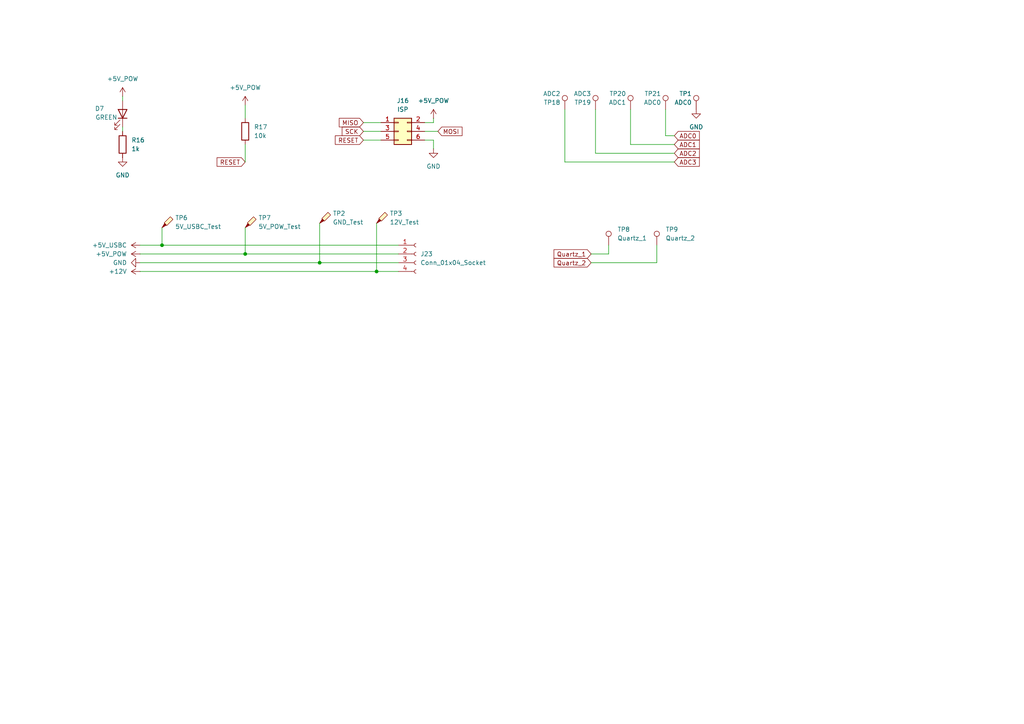
<source format=kicad_sch>
(kicad_sch (version 20231120) (generator "eeschema") (generator_version "8.0")
  (paper "A4")
  (lib_symbols
    (symbol "Connector:Conn_01x04_Socket" (pin_names (offset 1.016) hide)
      (property "Reference" "J" (at 0 5.08 0))
      (property "Value" "Conn_01x04_Socket" (at 0 -7.62 0))
      (symbol "Conn_01x04_Socket_1_1"
        (arc (start 0 -4.572) (mid -0.5058 -5.08) (end 0 -5.588) (stroke (width 0.1524)))
        (arc (start 0 -2.032) (mid -0.5058 -2.54) (end 0 -3.048) (stroke (width 0.1524)))
        (polyline (pts (xy -1.27 -5.08) (xy -0.508 -5.08)) (stroke (width 0.1524)))
        (polyline (pts (xy -1.27 -2.54) (xy -0.508 -2.54)) (stroke (width 0.1524)))
        (polyline (pts (xy -1.27 0) (xy -0.508 0)) (stroke (width 0.1524)))
        (polyline (pts (xy -1.27 2.54) (xy -0.508 2.54)) (stroke (width 0.1524)))
        (arc (start 0 0.508) (mid -0.5058 0) (end 0 -0.508) (stroke (width 0.1524)))
        (arc (start 0 3.048) (mid -0.5058 2.54) (end 0 2.032) (stroke (width 0.1524)))
        (pin passive line (at -5.08 2.54 0) (length 3.81) (name "Pin_1") (number "1"))
        (pin passive line (at -5.08 0 0) (length 3.81) (name "Pin_2") (number "2"))
        (pin passive line (at -5.08 -2.54 0) (length 3.81) (name "Pin_3") (number "3"))
        (pin passive line (at -5.08 -5.08 0) (length 3.81) (name "Pin_4") (number "4"))
      )
    )
    (symbol "Connector:TestPoint" (pin_numbers hide) (pin_names (offset 0.762) hide)
      (property "Reference" "TP" (at 0 6.858 0))
      (property "Value" "TestPoint" (at 0 5.08 0))
      (symbol "TestPoint_0_1"
        (circle (center 0 3.302) (radius 0.762))
      )
      (symbol "TestPoint_1_1"
        (pin passive line (at 0 0 90) (length 2.54) (name "1") (number "1"))
      )
    )
    (symbol "Connector:TestPoint_Probe" (pin_numbers hide) (pin_names (offset 0.762) hide)
      (property "Reference" "TP" (at 1.651 5.842 0))
      (property "Value" "TestPoint_Probe" (at 1.651 4.064 0))
      (symbol "TestPoint_Probe_0_1"
        (polyline (pts (xy 1.27 0.762) (xy 0 0) (xy 0.762 1.27) (xy 1.27 0.762)) (fill (type outline)))
        (polyline (pts (xy 1.397 0.635) (xy 0.635 1.397) (xy 2.413 3.175) (xy 3.175 2.413) (xy 1.397 0.635)) (fill (type background)))
      )
      (symbol "TestPoint_Probe_1_1"
        (pin passive line (at 0 0 90) (length 0) (name "1") (number "1"))
      )
    )
    (symbol "Connector_Generic:Conn_02x03_Odd_Even" (pin_names (offset 1.016) hide)
      (property "Reference" "J" (at 1.27 5.08 0))
      (property "Value" "Conn_02x03_Odd_Even" (at 1.27 -5.08 0))
      (symbol "Conn_02x03_Odd_Even_1_1"
        (rectangle (start -1.27 -2.413) (end 0 -2.667) (stroke (width 0.1524)))
        (rectangle (start -1.27 0.127) (end 0 -0.127) (stroke (width 0.1524)))
        (rectangle (start -1.27 2.667) (end 0 2.413) (stroke (width 0.1524)))
        (rectangle (start -1.27 3.81) (end 3.81 -3.81) (stroke (width 0.254)) (fill (type background)))
        (rectangle (start 3.81 -2.413) (end 2.54 -2.667) (stroke (width 0.1524)))
        (rectangle (start 3.81 0.127) (end 2.54 -0.127) (stroke (width 0.1524)))
        (rectangle (start 3.81 2.667) (end 2.54 2.413) (stroke (width 0.1524)))
        (pin passive line (at -5.08 2.54 0) (length 3.81) (name "Pin_1") (number "1"))
        (pin passive line (at 7.62 2.54 180) (length 3.81) (name "Pin_2") (number "2"))
        (pin passive line (at -5.08 0 0) (length 3.81) (name "Pin_3") (number "3"))
        (pin passive line (at 7.62 0 180) (length 3.81) (name "Pin_4") (number "4"))
        (pin passive line (at -5.08 -2.54 0) (length 3.81) (name "Pin_5") (number "5"))
        (pin passive line (at 7.62 -2.54 180) (length 3.81) (name "Pin_6") (number "6"))
      )
    )
    (symbol "Device:LED" (pin_numbers hide) (pin_names (offset 1.016) hide)
      (property "Reference" "D" (at 0 2.54 0))
      (property "Value" "LED" (at 0 -2.54 0))
      (symbol "LED_0_1"
        (polyline (pts (xy -1.27 -1.27) (xy -1.27 1.27)) (stroke (width 0.254)))
        (polyline (pts (xy -1.27 0) (xy 1.27 0)))
        (polyline (pts (xy 1.27 -1.27) (xy 1.27 1.27) (xy -1.27 0) (xy 1.27 -1.27)) (stroke (width 0.254)))
        (polyline (pts (xy -3.048 -0.762) (xy -4.572 -2.286) (xy -3.81 -2.286) (xy -4.572 -2.286) (xy -4.572 -1.524)))
        (polyline (pts (xy -1.778 -0.762) (xy -3.302 -2.286) (xy -2.54 -2.286) (xy -3.302 -2.286) (xy -3.302 -1.524)))
      )
      (symbol "LED_1_1"
        (pin passive line (at -3.81 0 0) (length 2.54) (name "K") (number "1"))
        (pin passive line (at 3.81 0 180) (length 2.54) (name "A") (number "2"))
      )
    )
    (symbol "Device:R" (pin_numbers hide) (pin_names (offset 0))
      (property "Reference" "R" (at 2.032 0 90))
      (property "Value" "R" (at 0 0 90))
      (symbol "R_0_1"
        (rectangle (start -1.016 -2.54) (end 1.016 2.54) (stroke (width 0.254)))
      )
      (symbol "R_1_1"
        (pin passive line (at 0 3.81 270) (length 1.27) (name "~") (number "1"))
        (pin passive line (at 0 -3.81 90) (length 1.27) (name "~") (number "2"))
      )
    )
    (symbol "power:+12V" (power) (pin_numbers hide) (pin_names (offset 0) hide)
      (property "Value" "+12V" (at 0 3.556 0))
      (symbol "+12V_0_1"
        (polyline (pts (xy -0.762 1.27) (xy 0 2.54)))
        (polyline (pts (xy 0 0) (xy 0 2.54)))
        (polyline (pts (xy 0 2.54) (xy 0.762 1.27)))
      )
      (symbol "+12V_1_1"
        (pin power_in line (at 0 0 90) (length 0) (name "~") (number "1"))
      )
    )
    (symbol "power:+5C" (power) (pin_numbers hide) (pin_names (offset 0) hide)
      (property "Value" "+5C" (at 0 3.556 0))
      (symbol "+5C_0_1"
        (polyline (pts (xy -0.762 1.27) (xy 0 2.54)))
        (polyline (pts (xy 0 0) (xy 0 2.54)))
        (polyline (pts (xy 0 2.54) (xy 0.762 1.27)))
      )
      (symbol "+5C_1_1"
        (pin power_in line (at 0 0 90) (length 0) (name "~") (number "1"))
      )
    )
    (symbol "power:+5VP" (power) (pin_numbers hide) (pin_names (offset 0) hide)
      (property "Value" "+5VP" (at 0 3.556 0))
      (symbol "+5VP_0_1"
        (polyline (pts (xy -0.762 1.27) (xy 0 2.54)))
        (polyline (pts (xy 0 0) (xy 0 2.54)))
        (polyline (pts (xy 0 2.54) (xy 0.762 1.27)))
      )
      (symbol "+5VP_1_1"
        (pin power_in line (at 0 0 90) (length 0) (name "~") (number "1"))
      )
    )
    (symbol "power:GND" (power) (pin_numbers hide) (pin_names (offset 0) hide)
      (property "Value" "GND" (at 0 -3.81 0))
      (symbol "GND_0_1"
        (polyline (pts (xy 0 0) (xy 0 -1.27) (xy 1.27 -1.27) (xy 0 -2.54) (xy -1.27 -1.27) (xy 0 -1.27)))
      )
      (symbol "GND_1_1"
        (pin power_in line (at 0 0 270) (length 0) (name "~") (number "1"))
      )
    )
  )
  (junction (at 46.99 71.12))
  (junction (at 92.71 76.2))
  (junction (at 71.12 73.66))
  (junction (at 109.22 78.74))
  (wire (pts (xy 195.58 44.45) (xy 172.72 44.45)))
  (wire (pts (xy 71.12 66.04) (xy 71.12 73.66)))
  (wire (pts (xy 71.12 30.48) (xy 71.12 34.29)))
  (wire (pts (xy 123.19 38.1) (xy 127 38.1)))
  (wire (pts (xy 172.72 31.75) (xy 172.72 44.45)))
  (wire (pts (xy 40.64 78.74) (xy 109.22 78.74)))
  (wire (pts (xy 40.64 73.66) (xy 71.12 73.66)))
  (wire (pts (xy 125.73 35.56) (xy 125.73 34.29)))
  (wire (pts (xy 35.56 27.94) (xy 35.56 29.21)))
  (wire (pts (xy 40.64 71.12) (xy 46.99 71.12)))
  (wire (pts (xy 125.73 40.64) (xy 125.73 43.18)))
  (wire (pts (xy 92.71 76.2) (xy 115.57 76.2)))
  (wire (pts (xy 92.71 64.77) (xy 92.71 76.2)))
  (wire (pts (xy 109.22 78.74) (xy 115.57 78.74)))
  (wire (pts (xy 171.45 76.2) (xy 190.5 76.2)))
  (wire (pts (xy 123.19 40.64) (xy 125.73 40.64)))
  (wire (pts (xy 163.83 31.75) (xy 163.83 46.99)))
  (wire (pts (xy 71.12 41.91) (xy 71.12 46.99)))
  (wire (pts (xy 35.56 36.83) (xy 35.56 38.1)))
  (wire (pts (xy 40.64 76.2) (xy 92.71 76.2)))
  (wire (pts (xy 105.41 40.64) (xy 110.49 40.64)))
  (wire (pts (xy 195.58 39.37) (xy 193.04 39.37)))
  (wire (pts (xy 46.99 71.12) (xy 115.57 71.12)))
  (wire (pts (xy 46.99 66.04) (xy 46.99 71.12)))
  (wire (pts (xy 105.41 35.56) (xy 110.49 35.56)))
  (wire (pts (xy 190.5 71.12) (xy 190.5 76.2)))
  (wire (pts (xy 105.41 38.1) (xy 110.49 38.1)))
  (wire (pts (xy 123.19 35.56) (xy 125.73 35.56)))
  (wire (pts (xy 195.58 41.91) (xy 182.88 41.91)))
  (wire (pts (xy 182.88 31.75) (xy 182.88 41.91)))
  (wire (pts (xy 195.58 46.99) (xy 163.83 46.99)))
  (wire (pts (xy 171.45 73.66) (xy 176.53 73.66)))
  (wire (pts (xy 71.12 73.66) (xy 115.57 73.66)))
  (wire (pts (xy 193.04 31.75) (xy 193.04 39.37)))
  (wire (pts (xy 109.22 64.77) (xy 109.22 78.74)))
  (wire (pts (xy 176.53 71.12) (xy 176.53 73.66)))
  (global_label "Quartz_1" (shape input) (at 171.45 73.66 180) (property "Intersheetrefs" "${INTERSHEET_REFS}" (effects (hide yes))))
  (global_label "ADC0" (shape input) (at 195.58 39.37 0) (property "Intersheetrefs" "${INTERSHEET_REFS}" (effects (hide yes))))
  (global_label "ADC3" (shape input) (at 195.58 46.99 0) (property "Intersheetrefs" "${INTERSHEET_REFS}" (effects (hide yes))))
  (global_label "ADC2" (shape input) (at 195.58 44.45 0) (property "Intersheetrefs" "${INTERSHEET_REFS}" (effects (hide yes))))
  (global_label "ADC1" (shape input) (at 195.58 41.91 0) (property "Intersheetrefs" "${INTERSHEET_REFS}" (effects (hide yes))))
  (global_label "MOSI" (shape input) (at 127 38.1 0) (property "Intersheetrefs" "${INTERSHEET_REFS}" (effects (hide yes))))
  (global_label "Quartz_2" (shape input) (at 171.45 76.2 180) (property "Intersheetrefs" "${INTERSHEET_REFS}" (effects (hide yes))))
  (global_label "RESET" (shape input) (at 71.12 46.99 180) (property "Intersheetrefs" "${INTERSHEET_REFS}" (effects (hide yes))))
  (global_label "SCK" (shape input) (at 105.41 38.1 180) (property "Intersheetrefs" "${INTERSHEET_REFS}" (effects (hide yes))))
  (global_label "RESET" (shape input) (at 105.41 40.64 180) (property "Intersheetrefs" "${INTERSHEET_REFS}" (effects (hide yes))))
  (global_label "MISO" (shape input) (at 105.41 35.56 180) (property "Intersheetrefs" "${INTERSHEET_REFS}" (effects (hide yes))))
  (symbol (lib_id "Connector_Generic:Conn_02x03_Odd_Even") (at 115.57 38.1 0) (unit 1)
    (property "Reference" "J16" (at 116.84 29.21 0))
    (property "Value" "ISP" (at 116.84 31.75 0))
    (property "Footprint" "Connector_PinHeader_2.54mm:PinHeader_2x03_P2.54mm_Vertical" (effects (hide yes)))
    (property "Description" "Generic connector, double row, 02x03, odd/even pin numbering scheme (row 1 odd numbers, row 2 even numbers), script generated (kicad-library-utils/schlib/autogen/connector/)" (effects (hide yes)))
  )
  (symbol (lib_id "Connector:TestPoint") (at 201.93 31.75 0) (mirror y) (unit 1)
    (property "Reference" "TP1" (at 200.66 27.178 0) (effects (justify left)))
    (property "Value" "ADC0" (at 200.66 29.718 0) (effects (justify left)))
    (property "Footprint" "TestPoint:TestPoint_Pad_D2.0mm" (effects (hide yes)))
    (property "Description" "test point" (effects (hide yes)))
  )
  (symbol (lib_id "Device:R") (at 71.12 38.1 0) (unit 1)
    (property "Reference" "R17" (at 73.66 36.8299 0) (effects (justify left)))
    (property "Value" "10k" (at 73.66 39.3699 0) (effects (justify left)))
    (property "Footprint" "Resistor_SMD:R_0603_1608Metric_Pad0.98x0.95mm_HandSolder" (effects (hide yes)))
    (property "Description" "Resistor" (effects (hide yes)))
  )
  (symbol (lib_id "Connector:TestPoint") (at 176.53 71.12 0) (unit 1)
    (property "Reference" "TP8" (at 179.07 66.5479 0) (effects (justify left)))
    (property "Value" "Quartz_1" (at 179.07 69.088 0) (effects (justify left)))
    (property "Footprint" "TestPoint:TestPoint_Loop_D3.80mm_Drill2.5mm" (effects (hide yes)))
    (property "Description" "test point" (effects (hide yes)))
  )
  (symbol (lib_id "power:+5VP") (at 35.56 27.94 0) (unit 1)
    (property "Reference" "#PWR088" (effects (hide yes)))
    (property "Value" "+5V_POW" (at 35.56 22.86 0))
    (property "Description" "Power symbol creates a global label with name \"+5VP\"" (effects (hide yes)))
  )
  (symbol (lib_id "power:GND") (at 40.64 76.2 270) (unit 1)
    (property "Reference" "#PWR092" (effects (hide yes)))
    (property "Value" "GND" (at 36.83 76.1999 90) (effects (justify right)))
    (property "Description" "Power symbol creates a global label with name \"GND\" , ground" (effects (hide yes)))
  )
  (symbol (lib_id "Connector:TestPoint") (at 163.83 31.75 0) (unit 1)
    (property "Reference" "TP18" (at 162.56 29.718 0) (effects (justify right)))
    (property "Value" "ADC2" (at 162.56 27.178 0) (effects (justify right)))
    (property "Footprint" "TestPoint:TestPoint_Pad_D2.0mm" (effects (hide yes)))
    (property "Description" "test point" (effects (hide yes)))
  )
  (symbol (lib_id "power:GND") (at 125.73 43.18 0) (unit 1)
    (property "Reference" "#PWR094" (effects (hide yes)))
    (property "Value" "GND" (at 125.73 48.26 0))
    (property "Description" "Power symbol creates a global label with name \"GND\" , ground" (effects (hide yes)))
  )
  (symbol (lib_id "power:GND") (at 35.56 45.72 0) (unit 1)
    (property "Reference" "#PWR097" (effects (hide yes)))
    (property "Value" "GND" (at 35.56 50.8 0))
    (property "Description" "Power symbol creates a global label with name \"GND\" , ground" (effects (hide yes)))
  )
  (symbol (lib_id "power:+12V") (at 40.64 78.74 90) (unit 1)
    (property "Reference" "#PWR093" (effects (hide yes)))
    (property "Value" "+12V" (at 36.83 78.7399 90) (effects (justify left)))
    (property "Description" "Power symbol creates a global label with name \"+12V\"" (effects (hide yes)))
  )
  (symbol (lib_id "Connector:TestPoint_Probe") (at 109.22 64.77 0) (unit 1)
    (property "Reference" "TP3" (at 113.03 61.9124 0) (effects (justify left)))
    (property "Value" "12V_Test" (at 113.03 64.4524 0) (effects (justify left)))
    (property "Footprint" "TestPoint:TestPoint_Pad_D3.0mm" (effects (hide yes)))
    (property "Description" "test point (alternative probe-style design)" (effects (hide yes)))
  )
  (symbol (lib_id "Connector:TestPoint_Probe") (at 71.12 66.04 0) (unit 1)
    (property "Reference" "TP7" (at 74.93 63.1824 0) (effects (justify left)))
    (property "Value" "5V_POW_Test" (at 74.93 65.7224 0) (effects (justify left)))
    (property "Footprint" "TestPoint:TestPoint_Pad_D3.0mm" (effects (hide yes)))
    (property "Description" "test point (alternative probe-style design)" (effects (hide yes)))
  )
  (symbol (lib_id "Connector:Conn_01x04_Socket") (at 120.65 73.66 0) (unit 1)
    (property "Reference" "J23" (at 121.92 73.6599 0) (effects (justify left)))
    (property "Value" "Conn_01x04_Socket" (at 121.92 76.1999 0) (effects (justify left)))
    (property "Footprint" "Connector_PinSocket_2.54mm:PinSocket_1x04_P2.54mm_Vertical" (effects (hide yes)))
    (property "Description" "Generic connector, single row, 01x04, script generated" (effects (hide yes)))
  )
  (symbol (lib_id "Connector:TestPoint") (at 182.88 31.75 0) (mirror y) (unit 1)
    (property "Reference" "TP20" (at 181.61 27.178 0) (effects (justify left)))
    (property "Value" "ADC1" (at 181.61 29.718 0) (effects (justify left)))
    (property "Footprint" "TestPoint:TestPoint_Pad_D2.0mm" (effects (hide yes)))
    (property "Description" "test point" (effects (hide yes)))
  )
  (symbol (lib_id "power:+5VP") (at 125.73 34.29 0) (unit 1)
    (property "Reference" "#PWR090" (effects (hide yes)))
    (property "Value" "+5V_POW" (at 125.73 29.21 0))
    (property "Description" "Power symbol creates a global label with name \"+5VP\"" (effects (hide yes)))
  )
  (symbol (lib_id "Connector:TestPoint") (at 172.72 31.75 0) (unit 1)
    (property "Reference" "TP19" (at 171.45 29.718 0) (effects (justify right)))
    (property "Value" "ADC3" (at 171.45 27.178 0) (effects (justify right)))
    (property "Footprint" "TestPoint:TestPoint_Pad_D2.0mm" (effects (hide yes)))
    (property "Description" "test point" (effects (hide yes)))
  )
  (symbol (lib_id "Connector:TestPoint_Probe") (at 92.71 64.77 0) (unit 1)
    (property "Reference" "TP2" (at 96.52 61.9124 0) (effects (justify left)))
    (property "Value" "GND_Test" (at 96.52 64.4524 0) (effects (justify left)))
    (property "Footprint" "TestPoint:TestPoint_Pad_D3.0mm" (effects (hide yes)))
    (property "Description" "test point (alternative probe-style design)" (effects (hide yes)))
  )
  (symbol (lib_id "Connector:TestPoint") (at 190.5 71.12 0) (unit 1)
    (property "Reference" "TP9" (at 193.04 66.5479 0) (effects (justify left)))
    (property "Value" "Quartz_2" (at 193.04 69.088 0) (effects (justify left)))
    (property "Footprint" "TestPoint:TestPoint_Loop_D3.80mm_Drill2.5mm" (effects (hide yes)))
    (property "Description" "test point" (effects (hide yes)))
  )
  (symbol (lib_id "power:+5C") (at 40.64 71.12 90) (unit 1)
    (property "Reference" "#PWR089" (effects (hide yes)))
    (property "Value" "+5V_USBC" (at 36.83 71.1199 90) (effects (justify left)))
    (property "Description" "Power symbol creates a global label with name \"+5C\"" (effects (hide yes)))
  )
  (symbol (lib_id "Connector:TestPoint") (at 193.04 31.75 0) (mirror y) (unit 1)
    (property "Reference" "TP21" (at 191.77 27.178 0) (effects (justify left)))
    (property "Value" "ADC0" (at 191.77 29.718 0) (effects (justify left)))
    (property "Footprint" "TestPoint:TestPoint_Pad_D2.0mm" (effects (hide yes)))
    (property "Description" "test point" (effects (hide yes)))
  )
  (symbol (lib_id "Device:LED") (at 35.56 33.02 270) (mirror x) (unit 1)
    (property "Reference" "D7" (at 30.226 31.496 90) (effects (justify right)))
    (property "Value" "GREEN" (at 34.036 34.036 90) (effects (justify right)))
    (property "Footprint" "LED_SMD:LED_0805_2012Metric" (effects (hide yes)))
    (property "Description" "Light emitting diode" (effects (hide yes)))
  )
  (symbol (lib_id "Device:R") (at 35.56 41.91 0) (unit 1)
    (property "Reference" "R16" (at 38.1 40.6399 0) (effects (justify left)))
    (property "Value" "1k" (at 38.1 43.1799 0) (effects (justify left)))
    (property "Footprint" "Resistor_SMD:R_0603_1608Metric_Pad0.98x0.95mm_HandSolder" (effects (hide yes)))
    (property "Description" "Resistor" (effects (hide yes)))
  )
  (symbol (lib_id "Connector:TestPoint_Probe") (at 46.99 66.04 0) (unit 1)
    (property "Reference" "TP6" (at 50.8 63.1824 0) (effects (justify left)))
    (property "Value" "5V_USBC_Test" (at 50.8 65.7224 0) (effects (justify left)))
    (property "Footprint" "TestPoint:TestPoint_Pad_D3.0mm" (effects (hide yes)))
    (property "Description" "test point (alternative probe-style design)" (effects (hide yes)))
  )
  (symbol (lib_id "power:GND") (at 201.93 31.75 0) (unit 1)
    (property "Reference" "#PWR070" (effects (hide yes)))
    (property "Value" "GND" (at 201.93 36.83 0))
    (property "Description" "Power symbol creates a global label with name \"GND\" , ground" (effects (hide yes)))
  )
  (symbol (lib_id "power:+5VP") (at 71.12 30.48 0) (unit 1)
    (property "Reference" "#PWR0102" (effects (hide yes)))
    (property "Value" "+5V_POW" (at 71.12 25.4 0))
    (property "Description" "Power symbol creates a global label with name \"+5VP\"" (effects (hide yes)))
  )
  (symbol (lib_id "power:+5VP") (at 40.64 73.66 90) (unit 1)
    (property "Reference" "#PWR091" (effects (hide yes)))
    (property "Value" "+5V_POW" (at 36.83 73.6599 90) (effects (justify left)))
    (property "Description" "Power symbol creates a global label with name \"+5VP\"" (effects (hide yes)))
  )
)
</source>
